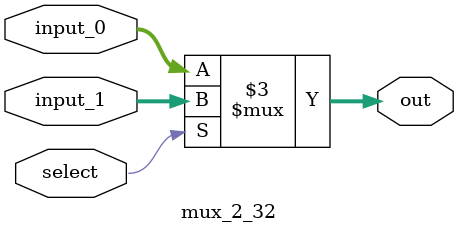
<source format=v>
module mux_2_32 (
    input [31:0] input_0, input_1,
    input select,
    output reg [31:0] out
);

always @(select or input_0 or input_1) begin
    if (select)
        out = input_1;
    else
        out = input_0;
end

endmodule

</source>
